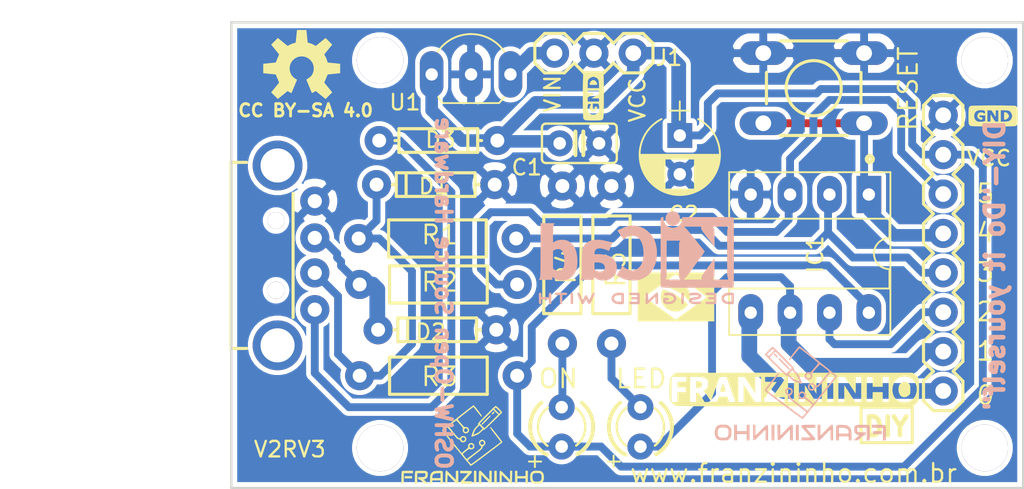
<source format=kicad_pcb>
(kicad_pcb (version 20241229) (generator "pcbnew") (generator_version "9.0")
  (layers (0 "F.Cu" signal "Top") (2 "B.Cu" signal "Bottom") (13 "F.Paste" user) (15 "B.Paste" user) (5 "F.SilkS" user "F.Silkscreen") (7 "B.SilkS" user "B.Silkscreen") (1 "F.Mask" user) (3 "B.Mask" user) (25 "Edge.Cuts" user))
  (net 0 "")
  (net 1 "GND")
  (net 2 "Net-(D1-PadC)")
  (net 3 "Net-(D2-PadC)")
  (net 4 "Net-(IC1-Pad1)")
  (net 5 "Net-(J1-Pad3)")
  (net 6 "Net-(ON1-PadK)")
  (net 7 "Net-(LED1-PadK)")
  (net 8 "Net-(IC1-Pad2)")
  (net 9 "Net-(IC1-Pad3)")
  (net 10 "Net-(IC1-Pad5)")
  (net 11 "Net-(IC1-Pad6)")
  (net 12 "Net-(IC1-Pad7)")
  (net 13 "Net-(D3-PadA)")
  (net 14 "5V")
  (footprint "" (layer "F.Cu") (at 132.56235 92.4361)
    (property "Reference" "@HOLE0" (hide yes))
    (property "Value" "" (at 0 0 0) (layer "F.SilkS") (effects (font (size 1.27 1.27))))
    (pad "" thru_hole circle (at 0 0) (size 3 3) (drill 3) (layers "*.Cu" "*.Mask"))
  )
  (footprint "Franzininho:USB-A-H" (layer "F.Cu") (at 125.95235 105.0186)
    (property "Reference" "X1" (hide yes))
    (property "Value" "USB-A-H" (hide yes))
    (pad "" thru_hole circle (at -0.1 -2.25) (size 1.1 1.1) (drill 1.1) (layers "*.Cu" "*.Mask"))
    (pad "" thru_hole circle (at -0.1 2.25) (size 1.1 1.1) (drill 1.1) (layers "*.Cu" "*.Mask"))
    (pad "D+" thru_hole circle (at 2.4 -1.127 270) (size 1.8796 1.8796) (drill 0.9144) (layers "*.Cu" "*.Mask") (net 3 "Net-(D2-PadC)"))
    (pad "D-" thru_hole circle (at 2.4 1.127 270) (size 1.8796 1.8796) (drill 0.9144) (layers "*.Cu" "*.Mask") (net 2 "Net-(D1-PadC)"))
    (pad "GND" thru_hole circle (at 2.4 -3.5 270) (size 1.8796 1.8796) (drill 0.9144) (layers "*.Cu" "*.Mask") (net 1 "GND"))
    (pad "GND2" thru_hole circle (at 0 5.8 270) (size 3.216 3.216) (drill 2.2) (layers "*.Cu" "*.Mask"))
    (pad "GND3" thru_hole circle (at 0 -5.8 270) (size 3.216 3.216) (drill 2.2) (layers "*.Cu" "*.Mask"))
    (pad "VBUS" thru_hole circle (at 2.4 3.5 270) (size 1.8796 1.8796) (drill 0.9144) (layers "*.Cu" "*.Mask") (net 13 "Net-(D3-PadA)"))
  )
  (footprint "Franzininho:DIODE-BZT52" (layer "F.Cu") (at 136.24585 109.8141 180)
    (property "Reference" "D2" (at -0.66015 0.4417 0) (layer "F.SilkS") (effects (font (thickness 0.1524)) (justify right top)))
    (property "Value" "BZT52" (hide yes))
    (pad "A" thru_hole circle (at -3.81 0 180) (size 1.8796 1.8796) (drill 0.9) (layers "*.Cu" "*.Mask") (net 1 "GND"))
    (pad "C" thru_hole circle (at 3.81 0 180) (size 1.8796 1.8796) (drill 0.9) (layers "*.Cu" "*.Mask") (net 3 "Net-(D2-PadC)"))
  )
  (footprint "Franzininho:DIODE-BZT52" (layer "F.Cu") (at 136.14685 100.4521 180)
    (property "Reference" "D1" (at -0.96235 0.4777 0) (layer "F.SilkS") (effects (font (thickness 0.1524)) (justify right top)))
    (property "Value" "BZT52" (hide yes))
    (pad "A" thru_hole circle (at -3.81 0 180) (size 1.8796 1.8796) (drill 0.9) (layers "*.Cu" "*.Mask") (net 1 "GND"))
    (pad "C" thru_hole circle (at 3.81 0 180) (size 1.8796 1.8796) (drill 0.9) (layers "*.Cu" "*.Mask") (net 2 "Net-(D1-PadC)"))
  )
  (footprint "Franzininho:C025-025X050" (layer "F.Cu") (at 145.415 97.79)
    (property "Reference" "C1" (at -2.31845 0.9668 0) (layer "F.SilkS") (effects (font (thickness 0.1524)) (justify right top)))
    (property "Value" "0.1uf")
    (pad "1" thru_hole circle (at -1.27 0) (size 1.6764 1.6764) (drill 0.8128) (layers "*.Cu" "*.Mask") (net 14 "5V"))
    (pad "2" thru_hole circle (at 1.27 0) (size 1.6764 1.6764) (drill 0.8128) (layers "*.Cu" "*.Mask") (net 1 "GND"))
  )
  (footprint "Franzininho:AXIAL-0.4" (layer "F.Cu") (at 136.26235 103.9281)
    (property "Reference" "R1" (at -1.13435 0.4659 0) (layer "F.SilkS") (effects (font (size 1.2 1.2) (thickness 0.1524)) (justify left bottom)))
    (property "Value" "68R" (hide yes))
    (pad "P$1" thru_hole circle (at -5.08 0) (size 1.8796 1.8796) (drill 0.9) (layers "*.Cu" "*.Mask") (net 2 "Net-(D1-PadC)"))
    (pad "P$2" thru_hole circle (at 5.08 0) (size 1.8796 1.8796) (drill 0.9) (layers "*.Cu" "*.Mask") (net 8 "Net-(IC1-Pad2)"))
  )
  (footprint "Franzininho:AXIAL-0.4" (layer "F.Cu") (at 136.32485 106.8931)
    (property "Reference" "R2" (at -1.19685 0.5489 0) (layer "F.SilkS") (effects (font (size 1.2 1.2) (thickness 0.1524)) (justify left bottom)))
    (property "Value" "68R" (hide yes))
    (pad "P$1" thru_hole circle (at -5.08 0) (size 1.8796 1.8796) (drill 0.9) (layers "*.Cu" "*.Mask") (net 3 "Net-(D2-PadC)"))
    (pad "P$2" thru_hole circle (at 5.08 0) (size 1.8796 1.8796) (drill 0.9) (layers "*.Cu" "*.Mask") (net 9 "Net-(IC1-Pad3)"))
  )
  (footprint "Franzininho:AXIAL-0.4" (layer "F.Cu") (at 136.32485 112.776 180)
    (property "Reference" "R3" (hide yes))
    (property "Value" "1K5" (hide yes))
    (fp_text user "R3" (at 1.19685 -0.762 180) (layer "F.SilkS") (effects (font (size 1.2 1.2) (thickness 0.1524)) (justify left bottom)))
    (pad "P$1" thru_hole circle (at -5.08 0 180) (size 1.8796 1.8796) (drill 0.9) (layers "*.Cu" "*.Mask") (net 14 "5V"))
    (pad "P$2" thru_hole circle (at 5.08 0 180) (size 1.8796 1.8796) (drill 0.9) (layers "*.Cu" "*.Mask") (net 2 "Net-(D1-PadC)"))
  )
  (footprint "Franzininho:LED3MM" (layer "F.Cu") (at 149.352 116.078 90)
    (property "Reference" "LED" (at 3.81 1.778 0) (layer "F.SilkS") (effects (font (size 1.2 1.2) (thickness 0.1524)) (justify right top)))
    (property "Value" "LED3MM")
    (pad "A" thru_hole circle (at -1.27 0 90) (size 1.6764 1.6764) (drill 0.8128) (layers "*.Cu" "*.Mask") (net 11 "Net-(IC1-Pad6)"))
    (pad "K" thru_hole circle (at 1.27 0 90) (size 1.6764 1.6764) (drill 0.8128) (layers "*.Cu" "*.Mask") (net 7 "Net-(LED1-PadK)"))
  )
  (footprint "Franzininho:AXIAL-0.4" (layer "F.Cu") (at 147.48585 105.6231 -90)
    (property "Reference" "R5" (at -0.9751 0.41985 90) (layer "F.SilkS") (effects (font (size 1.2 1.2) (thickness 0.1524)) (justify right top)))
    (property "Value" "1K" (hide yes))
    (pad "P$1" thru_hole circle (at -5.08 0 270) (size 1.8796 1.8796) (drill 0.9) (layers "*.Cu" "*.Mask") (net 1 "GND"))
    (pad "P$2" thru_hole circle (at 5.08 0 270) (size 1.8796 1.8796) (drill 0.9) (layers "*.Cu" "*.Mask") (net 7 "Net-(LED1-PadK)"))
  )
  (footprint "Franzininho:DIODE-1N4148" (layer "F.Cu") (at 136.31645 97.6105)
    (property "Reference" "D3" (at -0.93445 0.5351 0) (layer "F.SilkS") (effects (font (thickness 0.1524)) (justify left bottom)))
    (property "Value" "1N4148" (hide yes))
    (pad "A" thru_hole circle (at -3.81 0) (size 1.8796 1.8796) (drill 0.9) (layers "*.Cu" "*.Mask") (net 13 "Net-(D3-PadA)"))
    (pad "C" thru_hole circle (at 3.81 0) (size 1.8796 1.8796) (drill 0.9) (layers "*.Cu" "*.Mask") (net 14 "5V"))
  )
  (footprint "Franzininho:AXIAL-0.4" (layer "F.Cu") (at 144.32085 105.6231 -90)
    (property "Reference" "R4" (at -1.1783 0.45525 90) (layer "F.SilkS") (effects (font (size 1.2 1.2) (thickness 0.1524)) (justify right top)))
    (property "Value" "1K" (hide yes))
    (pad "P$1" thru_hole circle (at -5.08 0 270) (size 1.8796 1.8796) (drill 0.9) (layers "*.Cu" "*.Mask") (net 1 "GND"))
    (pad "P$2" thru_hole circle (at 5.08 0 270) (size 1.8796 1.8796) (drill 0.9) (layers "*.Cu" "*.Mask") (net 6 "Net-(ON1-PadK)"))
  )
  (footprint "Franzininho:1X08_ROUND" (layer "F.Cu") (at 168.87985 113.7611 90)
    (property "Reference" "JP3" (hide yes))
    (property "Value" "M08")
    (pad "1" thru_hole circle (at 0 0 180) (size 1.8796 1.8796) (drill 1.016) (layers "*.Cu" "*.Mask") (net 10 "Net-(IC1-Pad5)"))
    (pad "2" thru_hole circle (at 2.54 0 180) (size 1.8796 1.8796) (drill 1.016) (layers "*.Cu" "*.Mask") (net 11 "Net-(IC1-Pad6)"))
    (pad "3" thru_hole circle (at 5.08 0 180) (size 1.8796 1.8796) (drill 1.016) (layers "*.Cu" "*.Mask") (net 12 "Net-(IC1-Pad7)"))
    (pad "4" thru_hole circle (at 7.62 0 180) (size 1.8796 1.8796) (drill 1.016) (layers "*.Cu" "*.Mask") (net 8 "Net-(IC1-Pad2)"))
    (pad "5" thru_hole circle (at 10.16 0 180) (size 1.8796 1.8796) (drill 1.016) (layers "*.Cu" "*.Mask") (net 4 "Net-(IC1-Pad1)"))
    (pad "6" thru_hole circle (at 12.7 0 180) (size 1.8796 1.8796) (drill 1.016) (layers "*.Cu" "*.Mask") (net 9 "Net-(IC1-Pad3)"))
    (pad "7" thru_hole circle (at 15.24 0 180) (size 1.8796 1.8796) (drill 1.016) (layers "*.Cu" "*.Mask") (net 14 "5V"))
    (pad "8" thru_hole circle (at 17.78 0 180) (size 1.8796 1.8796) (drill 1.016) (layers "*.Cu" "*.Mask") (net 1 "GND"))
  )
  (footprint "Franzininho:OSHW-LOGO-M" (layer "F.Cu") (at 127.508 92.964)
    (property "Reference" "LOGO1" (hide yes))
    (property "Value" "OSHW-LOGOM" (hide yes))
  )
  (footprint "Franzininho:1X03" (layer "F.Cu") (at 148.89235 91.9761 180)
    (property "Reference" "J1" (at -3.25365 0.2821 0) (layer "F.SilkS") (effects (font (thickness 0.1524)) (justify right top)))
    (property "Value" "M03PTH")
    (pad "1" thru_hole circle (at 0 0 270) (size 1.8796 1.8796) (drill 1.016) (layers "*.Cu" "*.Mask") (net 14 "5V"))
    (pad "2" thru_hole circle (at 2.54 0 270) (size 1.8796 1.8796) (drill 1.016) (layers "*.Cu" "*.Mask") (net 1 "GND"))
    (pad "3" thru_hole circle (at 5.08 0 270) (size 1.8796 1.8796) (drill 1.016) (layers "*.Cu" "*.Mask") (net 5 "Net-(J1-Pad3)"))
  )
  (footprint "Franzininho:TAC-SWITCH-PTH" (layer "F.Cu") (at 160.528 94.234 180)
    (property "Reference" "RESET" (at -5.3848 2.794 90) (layer "F.SilkS") (effects (font (size 1.2065 1.2065) (thickness 0.1524)) (justify right top)))
    (property "Value" "TACTILE-SWITCH-PTH")
    (pad "1" thru_hole oval (at -3.2512 -2.2606 180) (size 3.048 1.524) (drill 1.016) (layers "*.Cu" "*.Mask") (net 4 "Net-(IC1-Pad1)"))
    (pad "2" thru_hole oval (at 3.2512 -2.2606 180) (size 3.048 1.524) (drill 1.016) (layers "*.Cu" "*.Mask") (net 4 "Net-(IC1-Pad1)"))
    (pad "3" thru_hole oval (at -3.2512 2.2606 180) (size 3.048 1.524) (drill 1.016) (layers "*.Cu" "*.Mask") (net 1 "GND"))
    (pad "4" thru_hole oval (at 3.2512 2.2606 180) (size 3.048 1.524) (drill 1.016) (layers "*.Cu" "*.Mask") (net 1 "GND"))
  )
  (footprint "library:TO-92_Inline_Wide" (layer "F.Cu") (at 135.89 93.345)
    (property "Reference" "U1" (at -1.7272 1.8034 180) (layer "F.SilkS"))
    (property "Value" "L78L05_TO92")
    (pad "1" thru_hole oval (at 0 0 90) (size 3 1.52) (drill 0.8) (layers "*.Cu" "*.Mask") (net 14 "5V"))
    (pad "2" thru_hole oval (at 2.54 0 90) (size 3 1.52) (drill 0.8) (layers "*.Cu" "*.Mask") (net 1 "GND"))
    (pad "3" thru_hole oval (at 5.08 0 90) (size 3 1.52) (drill 0.8) (layers "*.Cu" "*.Mask") (net 5 "Net-(J1-Pad3)"))
  )
  (footprint "Housings_DIP:DIP-8_W7.62mm_Socket_LongPads" (layer "F.Cu") (at 164.084 101.092 -90)
    (property "Reference" "IC1" (at 3.8608 3.4544 270) (layer "F.SilkS"))
    (property "Value" "ATTINY85 - 20PU")
    (pad "1" thru_hole rect (at 0 0 270) (size 2.4 1.6) (drill 0.8) (layers "*.Cu" "*.Mask") (net 4 "Net-(IC1-Pad1)"))
    (pad "2" thru_hole oval (at 0 2.54 270) (size 2.4 1.6) (drill 0.8) (layers "*.Cu" "*.Mask") (net 8 "Net-(IC1-Pad2)"))
    (pad "3" thru_hole oval (at 0 5.08 270) (size 2.4 1.6) (drill 0.8) (layers "*.Cu" "*.Mask") (net 9 "Net-(IC1-Pad3)"))
    (pad "4" thru_hole oval (at 0 7.62 270) (size 2.4 1.6) (drill 0.8) (layers "*.Cu" "*.Mask") (net 1 "GND"))
    (pad "5" thru_hole oval (at 7.62 7.62 270) (size 2.4 1.6) (drill 0.8) (layers "*.Cu" "*.Mask") (net 10 "Net-(IC1-Pad5)"))
    (pad "6" thru_hole oval (at 7.62 5.08 270) (size 2.4 1.6) (drill 0.8) (layers "*.Cu" "*.Mask") (net 11 "Net-(IC1-Pad6)"))
    (pad "7" thru_hole oval (at 7.62 2.54 270) (size 2.4 1.6) (drill 0.8) (layers "*.Cu" "*.Mask") (net 12 "Net-(IC1-Pad7)"))
    (pad "8" thru_hole oval (at 7.62 0 270) (size 2.4 1.6) (drill 0.8) (layers "*.Cu" "*.Mask") (net 14 "5V"))
  )
  (footprint "Franzininho:LED3MM" (layer "F.Cu") (at 144.272 116.078 90)
    (property "Reference" "ON" (at 3.81 1.143 0) (layer "F.SilkS") (effects (font (size 1.2 1.2) (thickness 0.1524)) (justify right top)))
    (property "Value" "LED3MM")
    (pad "A" thru_hole circle (at -1.27 0 90) (size 1.6764 1.6764) (drill 0.8128) (layers "*.Cu" "*.Mask") (net 14 "5V"))
    (pad "K" thru_hole circle (at 1.27 0 90) (size 1.6764 1.6764) (drill 0.8128) (layers "*.Cu" "*.Mask") (net 6 "Net-(ON1-PadK)"))
  )
  (footprint "Graphics:FRANZININHO_16x2" (layer "F.Cu") (at 159.258 113.665)
    (property "Reference" "G***" (hide yes))
    (property "Value" "LOGO" (hide yes))
  )
  (footprint "Graphics:bandeiraBrasil" (layer "F.Cu") (at 151.638 107.696)
    (property "Reference" "G***" (hide yes))
    (property "Value" "LOGO" (hide yes))
  )
  (footprint "Capacitors_THT:CP_Radial_D5.0mm_P2.50mm" (layer "F.Cu") (at 151.892 97.282 -90)
    (property "Reference" "C2" (at 5.08 -0.254 0) (layer "F.SilkS"))
    (property "Value" "10uF")
    (pad "1" thru_hole rect (at 0 0 270) (size 1.6 1.6) (drill 0.8) (layers "*.Cu" "*.Mask") (net 14 "5V"))
    (pad "2" thru_hole circle (at 2.5 0 270) (size 1.6 1.6) (drill 0.8) (layers "*.Cu" "*.Mask") (net 1 "GND"))
  )
  (footprint "Graphics:GND2" (layer "F.Cu") (at 172.085 96.012)
    (property "Reference" "G***" (hide yes))
    (property "Value" "LOGO" (hide yes))
  )
  (footprint "Graphics:GND2" (layer "F.Cu") (at 146.304 94.742 90)
    (property "Reference" "G***" (hide yes))
    (property "Value" "LOGO" (hide yes))
  )
  (footprint "Graphics:logo-franzininho10_6" (layer "F.Cu") (at 138.557 117.221)
    (property "Reference" "G***" (hide yes))
    (property "Value" "LOGO" (hide yes))
  )
  (footprint "" (layer "F.Cu") (at 171.56235 92.4361)
    (property "Reference" "@HOLE1" (hide yes))
    (property "Value" "" (at 0 0 0) (layer "F.SilkS") (effects (font (size 1.27 1.27))))
    (pad "" thru_hole circle (at 0 0) (size 3 3) (drill 3) (layers "*.Cu" "*.Mask"))
  )
  (footprint "" (layer "F.Cu") (at 171.56235 117.4361)
    (property "Reference" "@HOLE2" (hide yes))
    (property "Value" "" (at 0 0 0) (layer "F.SilkS") (effects (font (size 1.27 1.27))))
    (pad "" thru_hole circle (at 0 0) (size 3 3) (drill 3) (layers "*.Cu" "*.Mask"))
  )
  (footprint "" (layer "F.Cu") (at 132.56235 117.4361)
    (property "Reference" "@HOLE3" (hide yes))
    (property "Value" "" (at 0 0 0) (layer "F.SilkS") (effects (font (size 1.27 1.27))))
    (pad "" thru_hole circle (at 0 0) (size 3 3) (drill 3) (layers "*.Cu" "*.Mask"))
  )
  (footprint "Graphics:logo-franzininho12_7" (layer "B.Cu") (at 159.639 113.919 180)
    (property "Reference" "G***" (hide yes))
    (property "Value" "LOGO" (hide yes))
  )
  (footprint "Symbols:KiCad-Logo2_6mm_SilkScreen" (layer "B.Cu") (at 149.098 105.156 180)
    (property "Reference" "REF***" (hide yes))
    (property "Value" "KiCad-Logo2_6mm_SilkScreen" (hide yes))
  )
  (gr_circle (center 164.1475 98.806) (end 164.4015 98.806) (stroke (width 0.15)) (fill no) (layer "F.SilkS"))
  (gr_line (start 166.88562 117.094) (end 166.63162 117.094) (stroke (width 0.2)) (layer "F.SilkS"))
  (gr_line (start 163.58362 117.094) (end 166.63162 117.094) (stroke (width 0.2)) (layer "F.SilkS"))
  (gr_circle (center 164.1475 98.806) (end 164.2745 98.806) (stroke (width 0.15)) (fill no) (layer "F.SilkS"))
  (gr_line (start 166.88562 114.808) (end 166.63162 114.808) (stroke (width 0.2)) (layer "F.SilkS"))
  (gr_line (start 163.58362 114.808) (end 163.58362 117.094) (stroke (width 0.2)) (layer "F.SilkS"))
  (gr_line (start 163.58362 114.808) (end 166.63162 114.808) (stroke (width 0.2)) (layer "F.SilkS"))
  (gr_line (start 166.88562 117.094) (end 166.88562 114.808) (stroke (width 0.2)) (layer "F.SilkS"))
  (gr_line (start 122.96735 89.9886) (end 122.96735 120.0186) (stroke (width 0.15)) (layer "Edge.Cuts"))
  (gr_line (start 122.96735 120.0186) (end 174.03485 120.0186) (stroke (width 0.15)) (layer "Edge.Cuts"))
  (gr_line (start 174.03485 120.0186) (end 174.03485 89.9886) (stroke (width 0.15)) (layer "Edge.Cuts"))
  (gr_line (start 174.03485 89.9886) (end 122.96735 89.9886) (stroke (width 0.15)) (layer "Edge.Cuts"))
  (gr_text "VIN" (at 144.272 95.885 90) (layer "F.SilkS") (effects (font (size 1 1) (thickness 0.1524)) (justify left bottom)))
  (gr_text "VCC" (at 148.57485 93.472 90) (layer "F.SilkS") (effects (font (size 1 1) (thickness 0.1524)) (justify right top)))
  (gr_text "0" (at 172.2755 113.3475 0) (layer "F.SilkS") (effects (font (size 1.2 1.2) (thickness 0.1524)) (justify right top)))
  (gr_text "CC BY-SA 4.0" (at 123.317 96.139 0) (layer "F.SilkS") (effects (font (size 0.8 0.8) (thickness 0.18288)) (justify left bottom)))
  (gr_text "V2RV3" (at 124.333 118.11 0) (layer "F.SilkS") (effects (font (size 1 1) (thickness 0.1524)) (justify left bottom)))
  (gr_text "VCC" (at 173.355 98.171 0) (layer "F.SilkS") (effects (font (size 1 1) (thickness 0.1524)) (justify right top)))
  (gr_text "DIY" (at 165.2143 116.0653 0) (layer "F.SilkS") (effects (font (size 1.2 1.2) (thickness 0.3))))
  (gr_text "1" (at 172.2755 110.49 0) (layer "F.SilkS") (effects (font (size 1.2 1.2) (thickness 0.1524)) (justify right top)))
  (gr_text "2" (at 172.2755 107.95 0) (layer "F.SilkS") (effects (font (size 1.2 1.2) (thickness 0.1524)) (justify right top)))
  (gr_text "3" (at 172.2755 105.41 0) (layer "F.SilkS") (effects (font (size 1.2 1.2) (thickness 0.1524)) (justify right top)))
  (gr_text "4" (at 172.2755 102.87 0) (layer "F.SilkS") (effects (font (size 1.2 1.2) (thickness 0.1524)) (justify right top)))
  (gr_text "5" (at 172.2755 100.33 0) (layer "F.SilkS") (effects (font (size 1.2 1.2) (thickness 0.1524)) (justify right top)))
  (gr_text "www.franzininho.com.br" (at 148.59 118.364 0) (layer "F.SilkS") (effects (font (size 1.2 1.2) (thickness 0.1524)) (justify left top)))
  (gr_text "DIY-\"Do it yourself\"" (at 172.212 105.664 90) (layer "B.SilkS") (effects (font (size 1.2 1.2) (thickness 0.3)) (justify mirror)))
  (gr_text "OSHW-Open Source Hardware" (at 136.652 107.442 270) (layer "B.SilkS") (effects (font (size 1 1) (thickness 0.25)) (justify mirror)))
  (segment (start 159.3088 91.9734) (end 163.7792 91.9734) (width 0.508) (layer "F.Cu") (net 1))
  (segment (start 157.2768 91.9734) (end 159.3088 91.9734) (width 0.508) (layer "F.Cu") (net 1))
  (segment (start 131.18235 103.9281) (end 132.511427 103.9281) (width 0.508) (layer "B.Cu") (net 2))
  (segment (start 132.33685 100.4521) (end 132.33685 102.7736) (width 0.508) (layer "B.Cu") (net 2))
  (segment (start 132.511427 103.9281) (end 134.62 106.036673) (width 0.508) (layer "B.Cu") (net 2))
  (segment (start 129.851049 111.382199) (end 129.851049 107.644299) (width 0.508) (layer "B.Cu") (net 2))
  (segment (start 132.33685 102.7736) (end 131.18235 103.9281) (width 0.508) (layer "B.Cu") (net 2))
  (segment (start 134.62 106.036673) (end 134.62 110.729927) (width 0.508) (layer "B.Cu") (net 2))
  (segment (start 131.24485 112.776) (end 132.573927 112.776) (width 0.508) (layer "B.Cu") (net 2))
  (segment (start 129.851049 107.644299) (end 129.292149 107.085399) (width 0.508) (layer "B.Cu") (net 2))
  (segment (start 129.292149 107.085399) (end 128.35235 106.1456) (width 0.508) (layer "B.Cu") (net 2))
  (segment (start 131.24485 112.776) (end 129.851049 111.382199) (width 0.508) (layer "B.Cu") (net 2))
  (segment (start 132.573927 112.776) (end 134.62 110.729927) (width 0.508) (layer "B.Cu") (net 2))
  (segment (start 131.24485 106.8931) (end 131.24485 107.0311) (width 0.6096) (layer "B.Cu") (net 3))
  (segment (start 132.38235 109.7606) (end 132.43585 109.8141) (width 0.6096) (layer "B.Cu") (net 3))
  (segment (start 132.38235 107.2161) (end 132.06485 106.8986) (width 1.016) (layer "B.Cu") (net 3))
  (segment (start 132.38235 107.2161) (end 132.38235 109.7606) (width 1.016) (layer "B.Cu") (net 3))
  (segment (start 132.06485 106.8986) (end 131.25035 106.8986) (width 1.016) (layer "B.Cu") (net 3))
  (segment (start 131.25035 106.8986) (end 131.24485 106.8931) (width 1.016) (layer "B.Cu") (net 3))
  (segment (start 131.24485 106.8931) (end 130.048 105.69625) (width 0.508) (layer "B.Cu") (net 3))
  (segment (start 130.048 105.41) (end 129.794 105.156) (width 0.508) (layer "B.Cu") (net 3))
  (segment (start 129.794 104.902) (end 128.7836 103.8916) (width 0.508) (layer "B.Cu") (net 3))
  (segment (start 129.794 105.156) (end 129.794 104.902) (width 0.508) (layer "B.Cu") (net 3))
  (segment (start 130.048 105.69625) (end 130.048 105.41) (width 0.508) (layer "B.Cu") (net 3))
  (segment (start 128.7836 103.8916) (end 128.35235 103.8916) (width 0.508) (layer "B.Cu") (net 3))
  (segment (start 157.2768 96.4946) (end 163.7792 96.4946) (width 0.508) (layer "F.Cu") (net 4))
  (segment (start 165.71985 103.7236) (end 168.75735 103.7236) (width 0.8128) (layer "B.Cu") (net 4))
  (segment (start 164.13235 101.3435) (end 164.13235 102.1361) (width 0.8128) (layer "B.Cu") (net 4))
  (segment (start 163.99395 101.2051) (end 164.13235 101.3435) (width 0.6096) (layer "B.Cu") (net 4))
  (segment (start 164.13235 102.1361) (end 165.71985 103.7236) (width 0.8128) (layer "B.Cu") (net 4))
  (segment (start 164.13235 101.0667) (end 163.99395 101.2051) (width 0.8128) (layer "B.Cu") (net 4))
  (segment (start 168.75735 103.7236) (end 168.87985 103.6011) (width 0.6096) (layer "B.Cu") (net 4))
  (segment (start 163.7792 100.7872) (end 164.084 101.092) (width 0.508) (layer "B.Cu") (net 4))
  (segment (start 163.7792 96.4946) (end 163.7792 100.7872) (width 0.508) (layer "B.Cu") (net 4))
  (segment (start 142.3389 91.9761) (end 140.97 93.345) (width 0.8128) (layer "B.Cu") (net 5))
  (segment (start 143.81235 91.9761) (end 142.3389 91.9761) (width 0.8128) (layer "B.Cu") (net 5))
  (segment (start 144.32085 110.7031) (end 144.44185 110.7031) (width 0.8128) (layer "B.Cu") (net 6))
  (segment (start 144.32085 114.75915) (end 144.272 114.808) (width 0.508) (layer "B.Cu") (net 6))
  (segment (start 144.32085 110.7031) (end 144.32085 114.75915) (width 0.508) (layer "B.Cu") (net 6))
  (segment (start 147.48585 110.7031) (end 147.48585 112.94185) (width 0.508) (layer "B.Cu") (net 7))
  (segment (start 147.48585 112.94185) (end 149.352 114.808) (width 0.508) (layer "B.Cu") (net 7))
  (segment (start 161.59235 101.3435) (end 161.45395 101.2051) (width 0.8128) (layer "B.Cu") (net 8))
  (segment (start 161.45395 103.5445) (end 160.60445 104.394) (width 0.508) (layer "B.Cu") (net 8))
  (segment (start 167.550773 106.1411) (end 166.565673 105.156) (width 0.508) (layer "B.Cu") (net 8))
  (segment (start 168.87985 106.1411) (end 167.550773 106.1411) (width 0.508) (layer "B.Cu") (net 8))
  (segment (start 163.06545 105.156) (end 161.45395 103.5445) (width 0.508) (layer "B.Cu") (net 8))
  (segment (start 166.565673 105.156) (end 163.06545 105.156) (width 0.508) (layer "B.Cu") (net 8))
  (segment (start 141.34235 103.9281) (end 147.5319 103.9281) (width 0.508) (layer "B.Cu") (net 8))
  (segment (start 154.432 104.394) (end 160.60445 104.394) (width 0.508) (layer "B.Cu") (net 8))
  (segment (start 147.5319 103.9281) (end 148.082 103.378) (width 0.508) (layer "B.Cu") (net 8))
  (segment (start 161.45395 101.2051) (end 161.45395 103.5445) (width 0.508) (layer "B.Cu") (net 8))
  (segment (start 153.416 103.378) (end 154.432 104.394) (width 0.508) (layer "B.Cu") (net 8))
  (segment (start 148.082 103.378) (end 153.416 103.378) (width 0.508) (layer "B.Cu") (net 8))
  (segment (start 168.68485 100.8661) (end 168.87985 101.0611) (width 0.8128) (layer "B.Cu") (net 9))
  (segment (start 159.05235 101.3435) (end 158.91395 101.2051) (width 0.4064) (layer "B.Cu") (net 9))
  (segment (start 168.75735 101.1836) (end 168.87985 101.0611) (width 0.8128) (layer "B.Cu") (net 9))
  (segment (start 141.39935 106.8986) (end 141.40485 106.8931) (width 0.6096) (layer "B.Cu") (net 9))
  (segment (start 139.065 105.882327) (end 139.065 102.87) (width 0.508) (layer "B.Cu") (net 9))
  (segment (start 154.94 103.505) (end 158.115 103.505) (width 0.508) (layer "B.Cu") (net 9))
  (segment (start 142.875 102.87) (end 147.32 102.87) (width 0.508) (layer "B.Cu") (net 9))
  (segment (start 147.32 102.87) (end 147.667299 102.522701) (width 0.508) (layer "B.Cu") (net 9))
  (segment (start 153.957701 102.522701) (end 154.94 103.505) (width 0.508) (layer "B.Cu") (net 9))
  (segment (start 158.91395 102.70605) (end 158.91395 101.2051) (width 0.508) (layer "B.Cu") (net 9))
  (segment (start 139.065 102.87) (end 139.7 102.235) (width 0.508) (layer "B.Cu") (net 9))
  (segment (start 168.87985 101.0611) (end 166.169989 98.351239) (width 0.508) (layer "B.Cu") (net 9))
  (segment (start 147.667299 102.522701) (end 153.957701 102.522701) (width 0.508) (layer "B.Cu") (net 9))
  (segment (start 160.510103 97.282) (end 159.004 98.788103) (width 0.508) (layer "B.Cu") (net 9))
  (segment (start 159.004 98.788103) (end 159.004 99.384) (width 0.508) (layer "B.Cu") (net 9))
  (segment (start 142.24 102.235) (end 142.875 102.87) (width 0.508) (layer "B.Cu") (net 9))
  (segment (start 159.004 99.384) (end 159.004 101.092) (width 0.508) (layer "B.Cu") (net 9))
  (segment (start 140.075773 106.8931) (end 139.065 105.882327) (width 0.508) (layer "B.Cu") (net 9))
  (segment (start 165.354 94.996) (end 161.544 94.996) (width 0.508) (layer "B.Cu") (net 9))
  (segment (start 141.40485 106.8931) (end 140.075773 106.8931) (width 0.508) (layer "B.Cu") (net 9))
  (segment (start 160.510103 96.029897) (end 160.510103 97.282) (width 0.508) (layer "B.Cu") (net 9))
  (segment (start 166.169989 95.811989) (end 165.354 94.996) (width 0.508) (layer "B.Cu") (net 9))
  (segment (start 161.544 94.996) (end 160.510103 96.029897) (width 0.508) (layer "B.Cu") (net 9))
  (segment (start 158.115 103.505) (end 158.91395 102.70605) (width 0.508) (layer "B.Cu") (net 9))
  (segment (start 139.7 102.235) (end 142.24 102.235) (width 0.508) (layer "B.Cu") (net 9))
  (segment (start 166.169989 98.351239) (end 166.169989 95.811989) (width 0.508) (layer "B.Cu") (net 9))
  (segment (start 168.87985 113.7611) (end 158.61235 113.7611) (width 1.016) (layer "B.Cu") (net 10))
  (segment (start 156.37395 108.8251) (end 156.37395 111.5227) (width 1.016) (layer "B.Cu") (net 10))
  (segment (start 158.61235 113.7611) (end 156.37395 111.5227) (width 1.016) (layer "B.Cu") (net 10))
  (segment (start 166.8311 112.13735) (end 167.7836 111.18485) (width 1.016) (layer "B.Cu") (net 11))
  (segment (start 158.91395 108.8251) (end 158.91395 110.72895) (width 1.016) (layer "B.Cu") (net 11))
  (segment (start 167.7836 111.18485) (end 168.8436 111.18485) (width 1.016) (layer "B.Cu") (net 11))
  (segment (start 158.8936 108.80475) (end 158.91395 108.8251) (width 0.4064) (layer "B.Cu") (net 11))
  (segment (start 158.91395 110.72895) (end 160.32235 112.13735) (width 1.016) (layer "B.Cu") (net 11))
  (segment (start 168.8436 111.18485) (end 168.87985 111.2211) (width 1.016) (layer "B.Cu") (net 11))
  (segment (start 160.32235 112.13735) (end 166.8311 112.13735) (width 1.016) (layer "B.Cu") (net 11))
  (segment (start 150.537393 117.348) (end 149.352 117.348) (width 0.508) (layer "B.Cu") (net 11))
  (segment (start 158.426 106.426) (end 154.94 106.426) (width 0.508) (layer "B.Cu") (net 11))
  (segment (start 153.97235 107.39365) (end 153.97235 113.913043) (width 0.508) (layer "B.Cu") (net 11))
  (segment (start 153.97235 113.913043) (end 150.537393 117.348) (width 0.508) (layer "B.Cu") (net 11))
  (segment (start 154.94 106.426) (end 153.97235 107.39365) (width 0.508) (layer "B.Cu") (net 11))
  (segment (start 159.004 107.004) (end 158.426 106.426) (width 0.508) (layer "B.Cu") (net 11))
  (segment (start 159.004 108.712) (end 159.004 107.004) (width 0.508) (layer "B.Cu") (net 11))
  (segment (start 161.544 108.712) (end 161.544 110.42) (width 0.508) (layer "B.Cu") (net 12))
  (segment (start 161.544 110.42) (end 161.868 110.744) (width 0.508) (layer "B.Cu") (net 12))
  (segment (start 161.544 109.112) (end 161.544 108.712) (width 0.508) (layer "B.Cu") (net 12))
  (segment (start 161.868 110.744) (end 165.487873 110.744) (width 0.508) (layer "B.Cu") (net 12))
  (segment (start 167.550773 108.6811) (end 168.87985 108.6811) (width 0.508) (layer "B.Cu") (net 12))
  (segment (start 165.487873 110.744) (end 167.550773 108.6811) (width 0.508) (layer "B.Cu") (net 12))
  (segment (start 135.89 114.808) (end 137.16 113.538) (width 0.508) (layer "B.Cu") (net 13))
  (segment (start 130.556 114.808) (end 135.89 114.808) (width 0.508) (layer "B.Cu") (net 13))
  (segment (start 137.16 113.538) (end 137.16 100.934973) (width 0.508) (layer "B.Cu") (net 13))
  (segment (start 128.35235 108.5186) (end 128.35235 112.60435) (width 0.508) (layer "B.Cu") (net 13))
  (segment (start 133.835527 97.6105) (end 132.50645 97.6105) (width 0.508) (layer "B.Cu") (net 13))
  (segment (start 137.16 100.934973) (end 133.835527 97.6105) (width 0.508) (layer "B.Cu") (net 13))
  (segment (start 128.35235 112.60435) (end 130.556 114.808) (width 0.508) (layer "B.Cu") (net 13))
  (segment (start 151.74985 92.6111) (end 151.74985 97.15135) (width 0.8128) (layer "B.Cu") (net 14))
  (segment (start 148.89235 93.2461) (end 146.98735 95.1511) (width 0.8128) (layer "B.Cu") (net 14))
  (segment (start 146.98735 95.1511) (end 142.58585 95.1511) (width 0.8128) (layer "B.Cu") (net 14))
  (segment (start 144.10125 97.663) (end 140.25335 97.663) (width 0.8128) (layer "B.Cu") (net 14))
  (segment (start 148.89235 91.9761) (end 151.11485 91.9761) (width 0.8128) (layer "B.Cu") (net 14))
  (segment (start 148.89235 91.9761) (end 148.89235 93.2461) (width 0.8128) (layer "B.Cu") (net 14))
  (segment (start 140.08295 97.6105) (end 140.00235 97.6911) (width 0.4064) (layer "B.Cu") (net 14))
  (segment (start 163.81485 108.646) (end 163.99395 108.8251) (width 0.8128) (layer "B.Cu") (net 14))
  (segment (start 142.58585 95.1511) (end 140.12645 97.6105) (width 0.8128) (layer "B.Cu") (net 14))
  (segment (start 169.2336 98.6436) (end 168.87985 98.5211) (width 0.4064) (layer "B.Cu") (net 14))
  (segment (start 151.11485 91.9761) (end 151.74985 92.6111) (width 0.8128) (layer "B.Cu") (net 14))
  (segment (start 140.25335 97.4836) (end 140.12645 97.6105) (width 0.8128) (layer "B.Cu") (net 14))
  (segment (start 168.75735 98.6436) (end 168.87985 98.5211) (width 0.8128) (layer "B.Cu") (net 14))
  (segment (start 169.00235 98.6436) (end 168.87985 98.5211) (width 1.016) (layer "B.Cu") (net 14))
  (segment (start 140.12645 97.6105) (end 140.08295 97.6105) (width 0.4064) (layer "B.Cu") (net 14))
  (segment (start 141.40485 116.51285) (end 142.24 117.348) (width 0.508) (layer "B.Cu") (net 14))
  (segment (start 137.8427 97.6105) (end 138.797373 97.6105) (width 0.8128) (layer "B.Cu") (net 14))
  (segment (start 170.6571 98.5211) (end 171.43485 99.29885) (width 0.508) (layer "B.Cu") (net 14))
  (segment (start 146.812 117.348) (end 148.104201 118.640201) (width 0.508) (layer "B.Cu") (net 14))
  (segment (start 153.2 97.282) (end 153.7006 96.7814) (width 0.508) (layer "B.Cu") (net 14))
  (segment (start 142.344649 109.623351) (end 142.344649 111.836201) (width 0.508) (layer "B.Cu") (net 14))
  (segment (start 167.550773 98.5211) (end 166.878 97.848327) (width 0.508) (layer "B.Cu") (net 14))
  (segment (start 161.436 105.664) (end 146.304 105.664) (width 0.508) (layer "B.Cu") (net 14))
  (segment (start 135.89 95.6578) (end 137.8427 97.6105) (width 0.8128) (layer "B.Cu") (net 14))
  (segment (start 166.360749 118.640201) (end 171.43485 113.5661) (width 0.508) (layer "B.Cu") (net 14))
  (segment (start 168.87985 98.5211) (end 167.550773 98.5211) (width 0.508) (layer "B.Cu") (net 14))
  (segment (start 171.43485 99.29885) (end 171.43485 113.5661) (width 0.508) (layer "B.Cu") (net 14))
  (segment (start 154.330621 94.570579) (end 153.7006 95.2006) (width 0.508) (layer "B.Cu") (net 14))
  (segment (start 141.40485 112.776) (end 141.40485 116.51285) (width 0.508) (layer "B.Cu") (net 14))
  (segment (start 142.344649 111.836201) (end 141.40485 112.776) (width 0.508) (layer "B.Cu") (net 14))
  (segment (start 164.084 108.312) (end 161.436 105.664) (width 0.508) (layer "B.Cu") (net 14))
  (segment (start 135.89 93.345) (end 135.89 95.6578) (width 0.8128) (layer "B.Cu") (net 14))
  (segment (start 166.878 95.264722) (end 165.901267 94.287989) (width 0.508) (layer "B.Cu") (net 14))
  (segment (start 138.797373 97.6105) (end 140.12645 97.6105) (width 0.8128) (layer "B.Cu") (net 14))
  (segment (start 153.7006 96.7814) (end 153.7006 95.2006) (width 0.508) (layer "B.Cu") (net 14))
  (segment (start 146.304 105.664) (end 142.344649 109.623351) (width 0.508) (layer "B.Cu") (net 14))
  (segment (start 148.104201 118.640201) (end 166.360749 118.640201) (width 0.508) (layer "B.Cu") (net 14))
  (segment (start 151.892 97.282) (end 153.2 97.282) (width 0.508) (layer "B.Cu") (net 14))
  (segment (start 166.878 97.848327) (end 166.878 95.264722) (width 0.508) (layer "B.Cu") (net 14))
  (segment (start 165.901267 94.287989) (end 160.996733 94.287989) (width 0.508) (layer "B.Cu") (net 14))
  (segment (start 168.87985 98.5211) (end 170.6571 98.5211) (width 0.508) (layer "B.Cu") (net 14))
  (segment (start 142.24 117.348) (end 144.272 117.348) (width 0.508) (layer "B.Cu") (net 14))
  (segment (start 144.272 117.348) (end 146.812 117.348) (width 0.508) (layer "B.Cu") (net 14))
  (segment (start 151.892 92.75325) (end 151.74985 92.6111) (width 0.8128) (layer "B.Cu") (net 14))
  (segment (start 160.996733 94.287989) (end 160.714143 94.570579) (width 0.508) (layer "B.Cu") (net 14))
  (segment (start 160.714143 94.570579) (end 154.330621 94.570579) (width 0.508) (layer "B.Cu") (net 14))
  (segment (start 164.084 108.712) (end 164.084 108.312) (width 0.508) (layer "B.Cu") (net 14))
  (segment (start 151.892 97.282) (end 151.892 92.75325) (width 0.8128) (layer "B.Cu") (net 14))
  (zone (net 1) (net_name "GND") (layer "B.Cu") (priority 6) (connect_pads (clearance 0.3048)) (min_thickness 0.0254) (fill yes (thermal_gap 0.508) (thermal_bridge_width 0.508))
    (polygon (pts (xy 122.96735 90.1386) (xy 173.9986 90.1386) (xy 174.0661 120.00735) (xy 122.96735 120.0986)))
  )
)
</source>
